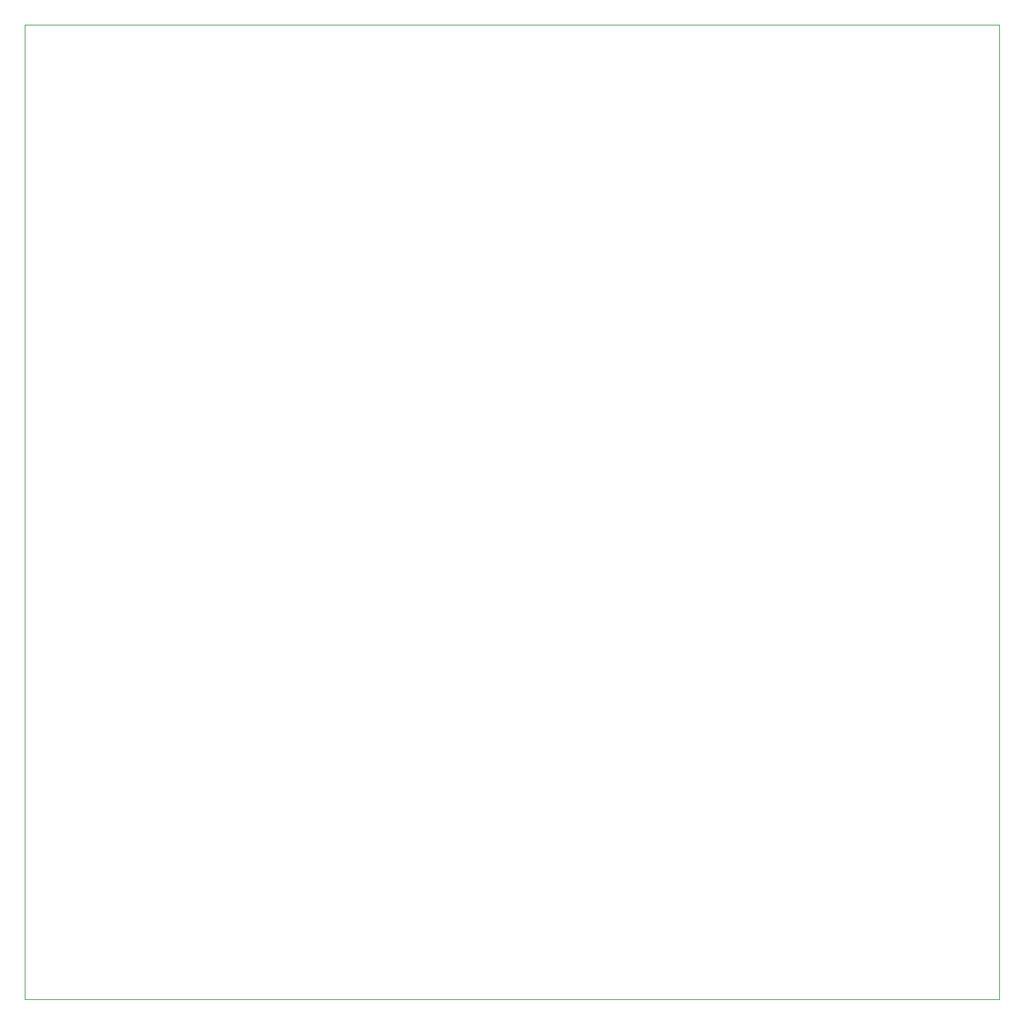
<source format=gbr>
%TF.GenerationSoftware,KiCad,Pcbnew,9.0.6*%
%TF.CreationDate,2025-12-30T14:23:23+05:30*%
%TF.ProjectId,Gantry_PCBv2,47616e74-7279-45f5-9043-4276322e6b69,rev?*%
%TF.SameCoordinates,Original*%
%TF.FileFunction,Profile,NP*%
%FSLAX46Y46*%
G04 Gerber Fmt 4.6, Leading zero omitted, Abs format (unit mm)*
G04 Created by KiCad (PCBNEW 9.0.6) date 2025-12-30 14:23:23*
%MOMM*%
%LPD*%
G01*
G04 APERTURE LIST*
%TA.AperFunction,Profile*%
%ADD10C,0.050000*%
%TD*%
G04 APERTURE END LIST*
D10*
X50000000Y-50000000D02*
X170000000Y-50000000D01*
X170000000Y-170000000D01*
X50000000Y-170000000D01*
X50000000Y-50000000D01*
M02*

</source>
